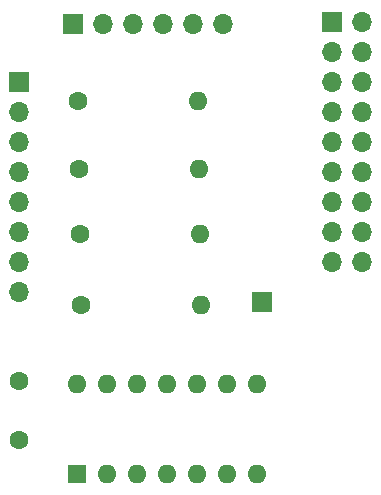
<source format=gts>
%TF.GenerationSoftware,KiCad,Pcbnew,7.0.1*%
%TF.CreationDate,2024-07-09T13:26:22+08:00*%
%TF.ProjectId,iecadp,69656361-6470-42e6-9b69-6361645f7063,rev?*%
%TF.SameCoordinates,Original*%
%TF.FileFunction,Soldermask,Top*%
%TF.FilePolarity,Negative*%
%FSLAX46Y46*%
G04 Gerber Fmt 4.6, Leading zero omitted, Abs format (unit mm)*
G04 Created by KiCad (PCBNEW 7.0.1) date 2024-07-09 13:26:22*
%MOMM*%
%LPD*%
G01*
G04 APERTURE LIST*
%ADD10R,1.700000X1.700000*%
%ADD11O,1.700000X1.700000*%
%ADD12R,1.600000X1.600000*%
%ADD13O,1.600000X1.600000*%
%ADD14C,1.600000*%
G04 APERTURE END LIST*
D10*
%TO.C,J4*%
X115500000Y-68920000D03*
D11*
X115500000Y-71460000D03*
X115500000Y-74000000D03*
X115500000Y-76540000D03*
X115500000Y-79080000D03*
X115500000Y-81620000D03*
X115500000Y-84160000D03*
X115500000Y-86700000D03*
%TD*%
D12*
%TO.C,U1*%
X120400000Y-102065000D03*
D13*
X122940000Y-102065000D03*
X125480000Y-102065000D03*
X128020000Y-102065000D03*
X130560000Y-102065000D03*
X133100000Y-102065000D03*
X135640000Y-102065000D03*
X135640000Y-94445000D03*
X133100000Y-94445000D03*
X130560000Y-94445000D03*
X128020000Y-94445000D03*
X125480000Y-94445000D03*
X122940000Y-94445000D03*
X120400000Y-94445000D03*
%TD*%
D14*
%TO.C,R1*%
X120720000Y-87745000D03*
D13*
X130880000Y-87745000D03*
%TD*%
D14*
%TO.C,R4*%
X120520000Y-70545000D03*
D13*
X130680000Y-70545000D03*
%TD*%
D10*
%TO.C,J2*%
X120040000Y-63945000D03*
D11*
X122580000Y-63945000D03*
X125120000Y-63945000D03*
X127660000Y-63945000D03*
X130200000Y-63945000D03*
X132740000Y-63945000D03*
%TD*%
D14*
%TO.C,C1*%
X115500000Y-94200000D03*
X115500000Y-99200000D03*
%TD*%
D10*
%TO.C,J3*%
X136095000Y-87545000D03*
%TD*%
D14*
%TO.C,R3*%
X120540000Y-76245000D03*
D13*
X130700000Y-76245000D03*
%TD*%
D14*
%TO.C,R2*%
X120620000Y-81745000D03*
D13*
X130780000Y-81745000D03*
%TD*%
D10*
%TO.C,J1*%
X142020000Y-63795000D03*
D11*
X144560000Y-63795000D03*
X142020000Y-66335000D03*
X144560000Y-66335000D03*
X142020000Y-68875000D03*
X144560000Y-68875000D03*
X142020000Y-71415000D03*
X144560000Y-71415000D03*
X142020000Y-73955000D03*
X144560000Y-73955000D03*
X142020000Y-76495000D03*
X144560000Y-76495000D03*
X142020000Y-79035000D03*
X144560000Y-79035000D03*
X142020000Y-81575000D03*
X144560000Y-81575000D03*
X142020000Y-84115000D03*
X144560000Y-84115000D03*
%TD*%
M02*

</source>
